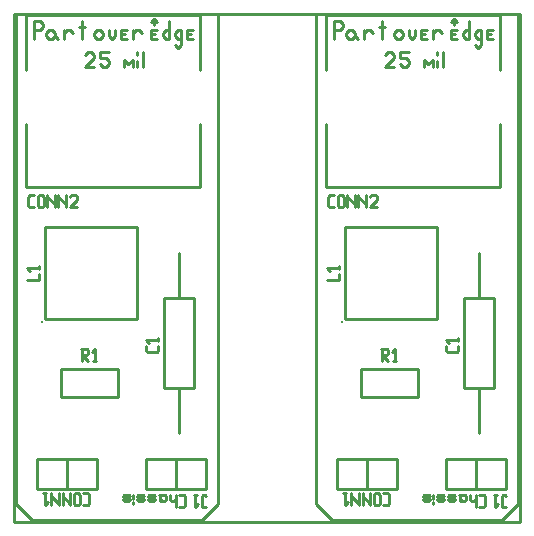
<source format=gbr>
G04 start of page 7 for group -4079 idx -4079 *
G04 Title: (unknown), topsilk *
G04 Creator: pcb 20091103 *
G04 CreationDate: Wed Aug 18 22:41:48 2010 UTC *
G04 For: fosse *
G04 Format: Gerber/RS-274X *
G04 PCB-Dimensions: 600000 500000 *
G04 PCB-Coordinate-Origin: lower left *
%MOIN*%
%FSLAX25Y25*%
%LNFRONTSILK*%
%ADD14C,0.0100*%
%ADD32C,0.0110*%
G54D14*X146500Y275000D02*X152000Y280500D01*
X246500Y275000D02*X252000Y280500D01*
X190000Y275000D02*X246500D01*
X184500Y280500D02*X190000Y275000D01*
X90000D02*X146500D01*
X84500Y280500D02*X90000Y275000D01*
X84500Y443000D02*Y280500D01*
X152000D02*Y443000D01*
X252000Y280500D02*Y443000D01*
X184500D02*Y280500D01*
X252490Y274510D02*Y443850D01*
X84000Y443860D02*X252490D01*
X84000D02*Y274510D01*
X252490D01*
X139020Y283450D02*X140505D01*
X141000Y282955D02*X140505Y283450D01*
X141000Y282955D02*Y279985D01*
X140505Y279490D01*
X139020D02*X140505D01*
X137832Y283450D02*Y279490D01*
Y281965D02*X137337Y281470D01*
X136347D02*X137337D01*
X136347D02*X135852Y281965D01*
Y283450D02*Y281965D01*
X133178Y281470D02*X132683Y281965D01*
X133178Y281470D02*X134168D01*
X134663Y281965D02*X134168Y281470D01*
X134663Y282955D02*Y281965D01*
Y282955D02*X134168Y283450D01*
X132683Y282955D02*Y281470D01*
Y282955D02*X132188Y283450D01*
X133178D02*X134168D01*
X133178D02*X132683Y282955D01*
X129019Y283450D02*X130504D01*
X129019D02*X128524Y282955D01*
X129019Y282460D02*X128524Y282955D01*
X129019Y282460D02*X130504D01*
X130999Y281965D02*X130504Y282460D01*
X130999Y281965D02*X130504Y281470D01*
X129019D02*X130504D01*
X129019D02*X128524Y281965D01*
X130999Y282955D02*X130504Y283450D01*
X125355D02*X126840D01*
X125355D02*X124860Y282955D01*
X125355Y282460D02*X124860Y282955D01*
X125355Y282460D02*X126840D01*
X127335Y281965D02*X126840Y282460D01*
X127335Y281965D02*X126840Y281470D01*
X125355D02*X126840D01*
X125355D02*X124860Y281965D01*
X127335Y282955D02*X126840Y283450D01*
X123671Y280975D02*Y280480D01*
Y283450D02*Y281965D01*
X120700Y283450D02*X122185D01*
X120700D02*X120205Y282955D01*
X120700Y282460D02*X120205Y282955D01*
X120700Y282460D02*X122185D01*
X122680Y281965D02*X122185Y282460D01*
X122680Y281965D02*X122185Y281470D01*
X120700D02*X122185D01*
X120700D02*X120205Y281965D01*
X122680Y282955D02*X122185Y283450D01*
X239020D02*X240505D01*
X241000Y282955D02*X240505Y283450D01*
X241000Y282955D02*Y279985D01*
X240505Y279490D01*
X239020D02*X240505D01*
X237832Y283450D02*Y279490D01*
Y281965D02*X237337Y281470D01*
X236347D02*X237337D01*
X236347D02*X235852Y281965D01*
Y283450D02*Y281965D01*
X233178Y281470D02*X232683Y281965D01*
X233178Y281470D02*X234168D01*
X234663Y281965D02*X234168Y281470D01*
X234663Y282955D02*Y281965D01*
Y282955D02*X234168Y283450D01*
X232683Y282955D02*Y281470D01*
Y282955D02*X232188Y283450D01*
X233178D02*X234168D01*
X233178D02*X232683Y282955D01*
X229019Y283450D02*X230504D01*
X229019D02*X228524Y282955D01*
X229019Y282460D02*X228524Y282955D01*
X229019Y282460D02*X230504D01*
X230999Y281965D02*X230504Y282460D01*
X230999Y281965D02*X230504Y281470D01*
X229019D02*X230504D01*
X229019D02*X228524Y281965D01*
X230999Y282955D02*X230504Y283450D01*
X225355D02*X226840D01*
X225355D02*X224860Y282955D01*
X225355Y282460D02*X224860Y282955D01*
X225355Y282460D02*X226840D01*
X227335Y281965D02*X226840Y282460D01*
X227335Y281965D02*X226840Y281470D01*
X225355D02*X226840D01*
X225355D02*X224860Y281965D01*
X227335Y282955D02*X226840Y283450D01*
X223671Y280975D02*Y280480D01*
Y283450D02*Y281965D01*
X220700Y283450D02*X222185D01*
X220700D02*X220205Y282955D01*
X220700Y282460D02*X220205Y282955D01*
X220700Y282460D02*X222185D01*
X222680Y281965D02*X222185Y282460D01*
X222680Y281965D02*X222185Y281470D01*
X220700D02*X222185D01*
X220700D02*X220205Y281965D01*
X222680Y282955D02*X222185Y283450D01*
X130500Y440000D02*Y442000D01*
X131500Y441000D01*
X130500Y442000D02*X129500Y441000D01*
X121000Y437000D02*X119500D01*
X131000D02*X129500D01*
X143000D02*X141500D01*
Y438500D02*Y435500D01*
X143500Y438500D02*X141500D01*
Y435500D02*X143500D01*
X138500Y432500D02*X137500Y433500D01*
X139500D02*X138500Y432500D01*
X139500Y438500D02*Y433500D01*
X138500Y435500D02*X139500D01*
X137500Y436500D02*X138500Y435500D01*
X137500Y437500D02*Y436500D01*
X138500Y438500D02*X137500Y437500D01*
X139500Y438500D02*X138500D01*
X135500Y435500D02*Y441500D01*
X134500Y435500D02*X135500D01*
X133500Y436500D02*X134500Y435500D01*
X133500Y437500D02*Y436500D01*
X134500Y438500D02*X133500Y437500D01*
X135500Y438500D02*X134500D01*
X129500D02*Y435500D01*
X131500Y438500D02*X129500D01*
Y435500D02*X131500D01*
X126500Y437500D02*X125500Y438500D01*
X123500Y435500D02*Y438500D01*
X124500D02*X123500Y437500D01*
X125500Y438500D02*X124500D01*
X119500D02*Y435500D01*
X121500Y438500D02*X119500D01*
Y435500D02*X121500D01*
X117500Y436500D02*Y438500D01*
X116500Y435500D02*X117500Y436500D01*
X115500D02*X116500Y435500D01*
X115500Y438500D02*Y436500D01*
X112500Y435500D02*X111500D01*
X113500Y436500D02*X112500Y435500D01*
X113500Y437500D02*Y436500D01*
X112500Y438500D02*X113500Y437500D01*
X111500Y438500D02*X112500D01*
X110500Y437500D02*X111500Y438500D01*
X110500Y436500D02*Y437500D01*
X111500Y435500D02*X110500Y436500D01*
X107500Y439500D02*X105500D01*
X106500Y441500D02*Y435500D01*
X100500D02*Y438500D01*
X101500D02*X100500Y437500D01*
X102500Y438500D02*X101500D01*
X103500Y437500D02*X102500Y438500D01*
X97500Y436500D02*X98500Y435500D01*
X96500Y438500D02*X95500D01*
X97500Y437500D02*X96500Y438500D01*
X97500Y436500D02*Y437500D01*
X96500Y435500D02*X97500Y436500D01*
X95500Y435500D02*X96500D01*
X94500Y436500D02*X95500Y435500D01*
X94500Y437500D02*Y436500D01*
X95500Y438500D02*X94500Y437500D01*
X92500Y438500D02*X90500D01*
X93500Y439500D02*X92500Y438500D01*
X93500Y440500D02*Y439500D01*
X92500Y441500D02*X93500Y440500D01*
X90500Y441500D02*X92500D01*
X90500D02*Y435500D01*
X120500Y428500D02*Y426000D01*
X122000Y427000D02*X120500Y428500D01*
X123500D02*X122000Y427000D01*
X123500Y426000D02*Y428500D01*
X125000Y430000D02*Y431000D01*
Y428000D02*Y426000D01*
X127000Y431000D02*Y426000D01*
X108500Y431000D02*X109500D01*
X107500Y430000D02*X108500Y431000D01*
X113500Y426000D02*X112500Y427000D01*
X114500Y426000D02*X113500D01*
X115500Y427000D02*X114500Y426000D01*
X115500Y428000D02*Y427000D01*
X114500Y429000D02*X115500Y428000D01*
X112500Y429000D02*X114500D01*
X112500Y431000D02*Y429000D01*
X115500Y431000D02*X112500D01*
X110500Y429000D02*X107500Y426000D01*
X110500Y430000D02*Y429000D01*
X109500Y431000D02*X110500Y430000D01*
X107500Y426000D02*X110500D01*
X88000Y386150D02*Y407000D01*
X146000Y425000D02*Y443350D01*
X88000D02*X146000D01*
X88000Y386150D02*X146000D01*
Y407000D01*
X88000Y425000D02*Y443320D01*
X138000Y285500D02*X148000D01*
X138000Y295500D02*Y285500D01*
X148000Y295500D02*Y285500D01*
X128000D02*X148000D01*
X128000Y295500D02*Y285500D01*
Y295500D02*X148000D01*
G54D32*X118600Y325400D02*Y316100D01*
X99500D02*X118600D01*
X99500Y325400D02*Y316100D01*
Y325400D02*X118600D01*
G54D14*X91500Y295500D02*X111500D01*
X91500D02*Y285500D01*
X111500D01*
Y295500D02*Y285500D01*
X101500Y295500D02*Y285500D01*
X111500D01*
X139000Y319000D02*Y304000D01*
Y364000D02*Y349000D01*
X134000D02*Y319000D01*
Y349000D02*X144000D01*
Y319000D01*
X134000D02*X144000D01*
X94300Y372702D02*Y341993D01*
Y372702D02*X125008D01*
Y341993D01*
X94300D02*X125008D01*
X93314Y341009D03*
X238000Y285500D02*X248000D01*
X238000Y295500D02*Y285500D01*
X248000Y295500D02*Y285500D01*
X228000D02*X248000D01*
X228000Y295500D02*Y285500D01*
Y295500D02*X248000D01*
G54D32*X218600Y325400D02*Y316100D01*
X199500D02*X218600D01*
X199500Y325400D02*Y316100D01*
Y325400D02*X218600D01*
G54D14*X191500Y295500D02*X211500D01*
X191500D02*Y285500D01*
X211500D01*
Y295500D02*Y285500D01*
X201500Y295500D02*Y285500D01*
X211500D01*
X239000Y319000D02*Y304000D01*
Y364000D02*Y349000D01*
X234000D02*Y319000D01*
Y349000D02*X244000D01*
Y319000D01*
X234000D02*X244000D01*
X230500Y440000D02*Y442000D01*
X231500Y441000D01*
X230500Y442000D02*X229500Y441000D01*
X221000Y437000D02*X219500D01*
X231000D02*X229500D01*
X243000D02*X241500D01*
Y438500D02*Y435500D01*
X243500Y438500D02*X241500D01*
Y435500D02*X243500D01*
X238500Y432500D02*X237500Y433500D01*
X239500D02*X238500Y432500D01*
X239500Y438500D02*Y433500D01*
X238500Y435500D02*X239500D01*
X237500Y436500D02*X238500Y435500D01*
X237500Y437500D02*Y436500D01*
X238500Y438500D02*X237500Y437500D01*
X239500Y438500D02*X238500D01*
X235500Y435500D02*Y441500D01*
X234500Y435500D02*X235500D01*
X233500Y436500D02*X234500Y435500D01*
X233500Y437500D02*Y436500D01*
X234500Y438500D02*X233500Y437500D01*
X235500Y438500D02*X234500D01*
X229500D02*Y435500D01*
X231500Y438500D02*X229500D01*
Y435500D02*X231500D01*
X226500Y437500D02*X225500Y438500D01*
X223500Y435500D02*Y438500D01*
X224500D02*X223500Y437500D01*
X225500Y438500D02*X224500D01*
X219500D02*Y435500D01*
X221500Y438500D02*X219500D01*
Y435500D02*X221500D01*
X217500Y436500D02*Y438500D01*
X216500Y435500D02*X217500Y436500D01*
X215500D02*X216500Y435500D01*
X215500Y438500D02*Y436500D01*
X212500Y435500D02*X211500D01*
X213500Y436500D02*X212500Y435500D01*
X213500Y437500D02*Y436500D01*
X212500Y438500D02*X213500Y437500D01*
X211500Y438500D02*X212500D01*
X210500Y437500D02*X211500Y438500D01*
X210500Y436500D02*Y437500D01*
X211500Y435500D02*X210500Y436500D01*
X207500Y439500D02*X205500D01*
X206500Y441500D02*Y435500D01*
X200500D02*Y438500D01*
X201500D02*X200500Y437500D01*
X202500Y438500D02*X201500D01*
X203500Y437500D02*X202500Y438500D01*
X197500Y436500D02*X198500Y435500D01*
X196500Y438500D02*X195500D01*
X197500Y437500D02*X196500Y438500D01*
X197500Y436500D02*Y437500D01*
X196500Y435500D02*X197500Y436500D01*
X195500Y435500D02*X196500D01*
X194500Y436500D02*X195500Y435500D01*
X194500Y437500D02*Y436500D01*
X195500Y438500D02*X194500Y437500D01*
X192500Y438500D02*X190500D01*
X193500Y439500D02*X192500Y438500D01*
X193500Y440500D02*Y439500D01*
X192500Y441500D02*X193500Y440500D01*
X190500Y441500D02*X192500D01*
X190500D02*Y435500D01*
X220500Y428500D02*Y426000D01*
X222000Y427000D02*X220500Y428500D01*
X223500D02*X222000Y427000D01*
X223500Y426000D02*Y428500D01*
X225000Y430000D02*Y431000D01*
Y428000D02*Y426000D01*
X227000Y431000D02*Y426000D01*
X208500Y431000D02*X209500D01*
X207500Y430000D02*X208500Y431000D01*
X213500Y426000D02*X212500Y427000D01*
X214500Y426000D02*X213500D01*
X215500Y427000D02*X214500Y426000D01*
X215500Y428000D02*Y427000D01*
X214500Y429000D02*X215500Y428000D01*
X212500Y429000D02*X214500D01*
X212500Y431000D02*Y429000D01*
X215500Y431000D02*X212500D01*
X210500Y429000D02*X207500Y426000D01*
X210500Y430000D02*Y429000D01*
X209500Y431000D02*X210500Y430000D01*
X207500Y426000D02*X210500D01*
X188000Y386150D02*Y407000D01*
X246000Y425000D02*Y443350D01*
X188000D02*X246000D01*
X188000Y386150D02*X246000D01*
Y407000D01*
X188000Y425000D02*Y443320D01*
X194300Y372702D02*Y341993D01*
Y372702D02*X225008D01*
Y341993D01*
X194300D02*X225008D01*
X193314Y341009D03*
X246500Y279500D02*X248000D01*
X246500Y283000D02*Y279500D01*
X247000Y283500D02*X246500Y283000D01*
X247000Y283500D02*X247500D01*
X248000Y283000D02*X247500Y283500D01*
X243799D02*X244799D01*
X244299D02*Y279500D01*
X245299Y280500D02*X244299Y279500D01*
X146500D02*X148000D01*
X146500Y283000D02*Y279500D01*
X147000Y283500D02*X146500Y283000D01*
X147000Y283500D02*X147500D01*
X148000Y283000D02*X147500Y283500D01*
X143799D02*X144799D01*
X144299D02*Y279500D01*
X145299Y280500D02*X144299Y279500D01*
X106100Y332200D02*X108100D01*
X108600Y331700D01*
Y330700D01*
X108100Y330200D02*X108600Y330700D01*
X106600Y330200D02*X108100D01*
X106600Y332200D02*Y328200D01*
Y330200D02*X108600Y328200D01*
X110301D02*X111301D01*
X110801Y332200D02*Y328200D01*
X109801Y331200D02*X110801Y332200D01*
X107000Y284000D02*X108500D01*
X109000Y283500D02*X108500Y284000D01*
X109000Y283500D02*Y280500D01*
X108500Y280000D01*
X107000D02*X108500D01*
X105799Y283500D02*Y280500D01*
X105299Y280000D01*
X104299D02*X105299D01*
X104299D02*X103799Y280500D01*
Y283500D02*Y280500D01*
X104299Y284000D02*X103799Y283500D01*
X104299Y284000D02*X105299D01*
X105799Y283500D02*X105299Y284000D01*
X102598D02*Y280000D01*
Y280500D02*Y280000D01*
Y280500D02*X100098Y283000D01*
Y284000D02*Y280000D01*
X98897Y284000D02*Y280000D01*
Y280500D02*Y280000D01*
Y280500D02*X96397Y283000D01*
Y284000D02*Y280000D01*
X93696Y284000D02*X94696D01*
X94196D02*Y280000D01*
X95196Y281000D02*X94196Y280000D01*
X132000Y333000D02*Y331500D01*
X131500Y331000D02*X132000Y331500D01*
X128500Y331000D02*X131500D01*
X128500D02*X128000Y331500D01*
Y333000D02*Y331500D01*
X132000Y335701D02*Y334701D01*
X128000Y335201D02*X132000D01*
X129000Y334201D02*X128000Y335201D01*
X89140Y379260D02*X90640D01*
X88640Y379760D02*X89140Y379260D01*
X88640Y382760D02*Y379760D01*
Y382760D02*X89140Y383260D01*
X90640D01*
X91841Y382760D02*Y379760D01*
Y382760D02*X92341Y383260D01*
X93341D01*
X93841Y382760D01*
Y379760D01*
X93341Y379260D02*X93841Y379760D01*
X92341Y379260D02*X93341D01*
X91841Y379760D02*X92341Y379260D01*
X95042Y383260D02*Y379260D01*
Y383260D02*Y382760D01*
X97542Y380260D01*
Y383260D02*Y379260D01*
X98743Y383260D02*Y379260D01*
Y383260D02*Y382760D01*
X101243Y380260D01*
Y383260D02*Y379260D01*
X102444Y382760D02*X102944Y383260D01*
X104444D01*
X104944Y382760D01*
Y381760D01*
X102444Y379260D02*X104944Y381760D01*
X102444Y379260D02*X104944D01*
X88410Y354984D02*X92410D01*
Y356984D02*Y354984D01*
Y359685D02*Y358685D01*
X88410Y359185D02*X92410D01*
X89410Y358185D02*X88410Y359185D01*
X206100Y332200D02*X208100D01*
X208600Y331700D01*
Y330700D01*
X208100Y330200D02*X208600Y330700D01*
X206600Y330200D02*X208100D01*
X206600Y332200D02*Y328200D01*
Y330200D02*X208600Y328200D01*
X210301D02*X211301D01*
X210801Y332200D02*Y328200D01*
X209801Y331200D02*X210801Y332200D01*
X207000Y284000D02*X208500D01*
X209000Y283500D02*X208500Y284000D01*
X209000Y283500D02*Y280500D01*
X208500Y280000D01*
X207000D02*X208500D01*
X205799Y283500D02*Y280500D01*
X205299Y280000D01*
X204299D02*X205299D01*
X204299D02*X203799Y280500D01*
Y283500D02*Y280500D01*
X204299Y284000D02*X203799Y283500D01*
X204299Y284000D02*X205299D01*
X205799Y283500D02*X205299Y284000D01*
X202598D02*Y280000D01*
Y280500D02*Y280000D01*
Y280500D02*X200098Y283000D01*
Y284000D02*Y280000D01*
X198897Y284000D02*Y280000D01*
Y280500D02*Y280000D01*
Y280500D02*X196397Y283000D01*
Y284000D02*Y280000D01*
X193696Y284000D02*X194696D01*
X194196D02*Y280000D01*
X195196Y281000D02*X194196Y280000D01*
X232000Y333000D02*Y331500D01*
X231500Y331000D02*X232000Y331500D01*
X228500Y331000D02*X231500D01*
X228500D02*X228000Y331500D01*
Y333000D02*Y331500D01*
X232000Y335701D02*Y334701D01*
X228000Y335201D02*X232000D01*
X229000Y334201D02*X228000Y335201D01*
X189140Y379260D02*X190640D01*
X188640Y379760D02*X189140Y379260D01*
X188640Y382760D02*Y379760D01*
Y382760D02*X189140Y383260D01*
X190640D01*
X191841Y382760D02*Y379760D01*
Y382760D02*X192341Y383260D01*
X193341D01*
X193841Y382760D01*
Y379760D01*
X193341Y379260D02*X193841Y379760D01*
X192341Y379260D02*X193341D01*
X191841Y379760D02*X192341Y379260D01*
X195042Y383260D02*Y379260D01*
Y383260D02*Y382760D01*
X197542Y380260D01*
Y383260D02*Y379260D01*
X198743Y383260D02*Y379260D01*
Y383260D02*Y382760D01*
X201243Y380260D01*
Y383260D02*Y379260D01*
X202444Y382760D02*X202944Y383260D01*
X204444D01*
X204944Y382760D01*
Y381760D01*
X202444Y379260D02*X204944Y381760D01*
X202444Y379260D02*X204944D01*
X188410Y354984D02*X192410D01*
Y356984D02*Y354984D01*
Y359685D02*Y358685D01*
X188410Y359185D02*X192410D01*
X189410Y358185D02*X188410Y359185D01*
M02*

</source>
